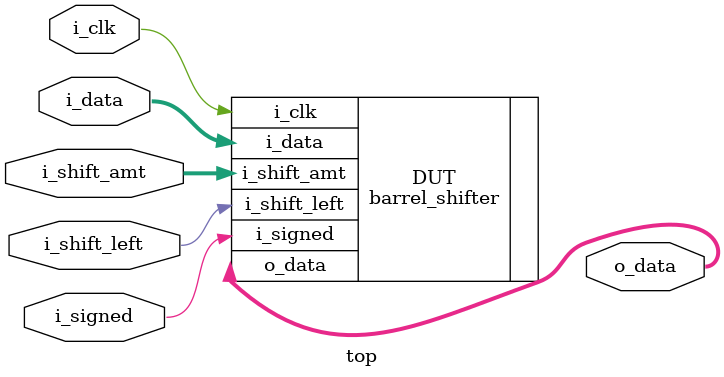
<source format=sv>
`include "assertion.sv"
module top
    (
        input logic i_clk,
        input logic i_signed,
        input logic i_shift_left,
        input logic [4 : 0] i_shift_amt,
        input logic [31 : 0] i_data,
        output logic [31 : 0] o_data
    );

    barrel_shifter  DUT 
    (
    	.i_clk,
    	.i_signed,
    	.i_shift_left,
    	.i_shift_amt,
    	.i_data,
    	.o_data
	);

    // Note: Verilator only ssupports bind to a target module name, NOT to an instance path.
	bind barrel_shifter assertion inst
    (
    	.i_clk,
    	.i_signed,
    	.i_shift_left,
    	.i_shift_amt,
    	.i_data,
    	.o_data
	);
endmodule

</source>
